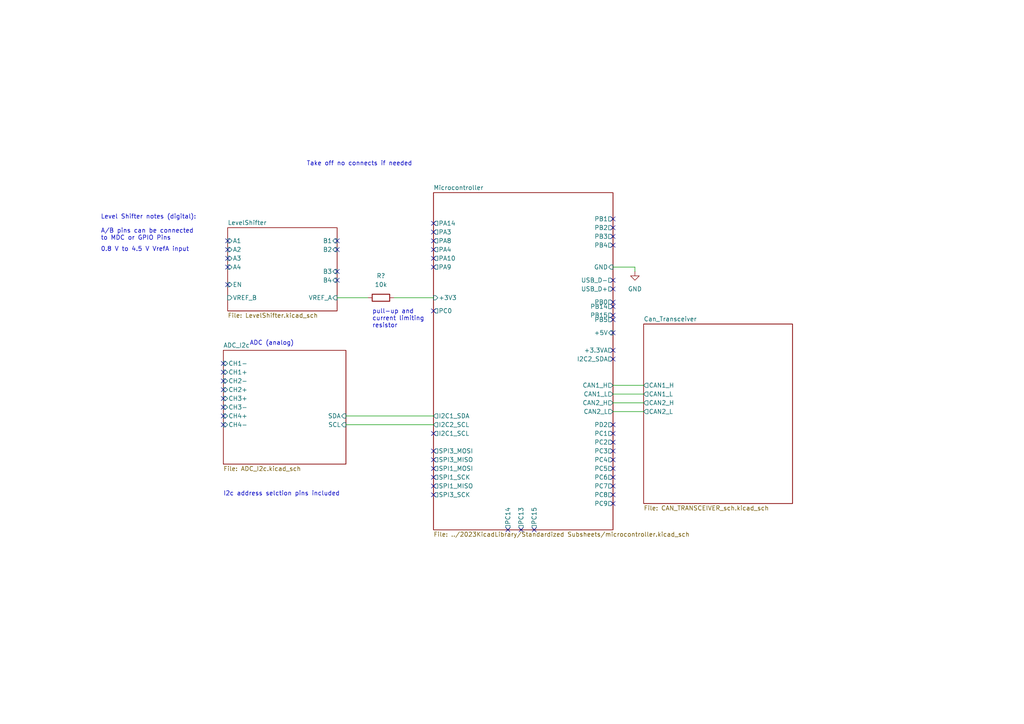
<source format=kicad_sch>
(kicad_sch (version 20211123) (generator eeschema)
  (paper "A4")
  (title_block (title "Telemtry Watchdog"))
  (lib_symbols
    (symbol "Device:R" (pin_numbers hide) (pin_names (offset 0))
      (property "Reference" "R" (at 2.032 0 90))
      (property "Value" "R" (at 0 0 90))
      (symbol "R_0_1"
        (rectangle (start -1.016 -2.54) (end 1.016 2.54) (stroke (width 0.254)))
      )
      (symbol "R_1_1"
        (pin passive line (at 0 3.81 270) (length 1.27) (name "~") (number "1"))
        (pin passive line (at 0 -3.81 90) (length 1.27) (name "~") (number "2"))
      )
    )
    (symbol "power:GND" (power) (pin_names (offset 0))
      (property "Value" "GND" (at 0 -3.81 0))
      (symbol "GND_0_1"
        (polyline (pts (xy 0 0) (xy 0 -1.27) (xy 1.27 -1.27) (xy 0 -2.54) (xy -1.27 -1.27) (xy 0 -1.27)))
      )
      (symbol "GND_1_1"
        (pin power_in line (at 0 0 270) (length 0) hide (name "GND") (number "1"))
      )
    )
  )
  (no_connect (at 177.8 135.89))
  (no_connect (at 177.8 138.43))
  (no_connect (at 177.8 140.97))
  (no_connect (at 177.8 143.51))
  (no_connect (at 177.8 146.05))
  (no_connect (at 177.8 123.19))
  (no_connect (at 177.8 125.73))
  (no_connect (at 177.8 128.27))
  (no_connect (at 177.8 130.81))
  (no_connect (at 177.8 133.35))
  (no_connect (at 177.8 83.82))
  (no_connect (at 177.8 87.63))
  (no_connect (at 177.8 81.28))
  (no_connect (at 177.8 88.9))
  (no_connect (at 177.8 91.44))
  (no_connect (at 177.8 92.71))
  (no_connect (at 177.8 96.52))
  (no_connect (at 177.8 101.6))
  (no_connect (at 177.8 104.14))
  (no_connect (at 177.8 71.12))
  (no_connect (at 147.32 153.67))
  (no_connect (at 151.13 153.67))
  (no_connect (at 154.94 153.67))
  (no_connect (at 64.77 115.57))
  (no_connect (at 64.77 118.11))
  (no_connect (at 64.77 120.65))
  (no_connect (at 64.77 123.19))
  (no_connect (at 66.04 69.85))
  (no_connect (at 97.79 72.39))
  (no_connect (at 66.04 72.39))
  (no_connect (at 66.04 82.55))
  (no_connect (at 64.77 105.41))
  (no_connect (at 64.77 113.03))
  (no_connect (at 64.77 110.49))
  (no_connect (at 64.77 107.95))
  (no_connect (at 125.73 125.73))
  (no_connect (at 125.73 130.81))
  (no_connect (at 125.73 138.43))
  (no_connect (at 125.73 135.89))
  (no_connect (at 125.73 133.35))
  (no_connect (at 125.73 140.97))
  (no_connect (at 125.73 143.51))
  (no_connect (at 177.8 63.5))
  (no_connect (at 177.8 66.04))
  (no_connect (at 177.8 68.58))
  (no_connect (at 97.79 69.85))
  (no_connect (at 66.04 74.93))
  (no_connect (at 66.04 77.47))
  (no_connect (at 97.79 81.28))
  (no_connect (at 97.79 78.74))
  (no_connect (at 125.73 90.17))
  (no_connect (at 125.73 77.47))
  (no_connect (at 125.73 74.93))
  (no_connect (at 125.73 72.39))
  (no_connect (at 125.73 69.85))
  (no_connect (at 125.73 67.31))
  (no_connect (at 125.73 64.77))
  (wire (pts (xy 177.8 116.84) (xy 186.69 116.84)))
  (wire (pts (xy 177.8 111.76) (xy 186.69 111.76)))
  (wire (pts (xy 184.15 77.47) (xy 177.8 77.47)))
  (wire (pts (xy 100.33 120.65) (xy 125.73 120.65)))
  (wire (pts (xy 177.8 119.38) (xy 186.69 119.38)))
  (wire (pts (xy 177.8 114.3) (xy 186.69 114.3)))
  (wire (pts (xy 114.3 86.36) (xy 125.73 86.36)))
  (wire (pts (xy 97.79 86.36) (xy 106.68 86.36)))
  (wire (pts (xy 100.33 123.19) (xy 125.73 123.19)))
  (wire (pts (xy 184.15 78.74) (xy 184.15 77.47)))
  (text "ADC (analog)" (at 72.39 100.33 0) (effects (font (size 1.27 1.27)) (justify left bottom)))
  (text "I2c address selction pins included\n\n" (at 64.77 146.05 0) (effects (font (size 1.27 1.27)) (justify left bottom)))
  (text "pull-up and \ncurrent limiting \nresistor" (at 107.95 95.25 0) (effects (font (size 1.27 1.27)) (justify left bottom)))
  (text "Take off no connects if needed\n" (at 88.9 48.26 0) (effects (font (size 1.27 1.27)) (justify left bottom)))
  (text "Level Shifter notes (digital):\n\nA/B pins can be connected\nto MDC or GPIO Pins" (at 29.21 69.85 0) (effects (font (size 1.27 1.27)) (justify left bottom)))
  (text "0.8 V to 4.5 V VrefA input\n\n\n\n\n" (at 29.21 81.28 0) (effects (font (size 1.27 1.27)) (justify left bottom)))
  (symbol (lib_id "Device:R") (at 110.49 86.36 90) (unit 1)
    (property "Reference" "R?" (at 110.49 80.01 90))
    (property "Value" "10k" (at 110.49 82.55 90))
  )
  (symbol (lib_id "power:GND") (at 184.15 78.74 0) (unit 1)
    (property "Reference" "#PWR0110" (effects hide))
    (property "Value" "GND" (at 184.15 83.82 0))
  )
  (sheet (at 125.73 55.88) (size 52.07 97.79) (stroke (width 0.1524))
    (property "Sheet name" "Microcontroller" (at 125.73 55.1684 0) (effects (justify left bottom)))
    (property "Sheet file" "../2023KicadLibrary/Standardized Subsheets/microcontroller.kicad_sch" (at 125.73 154.2546 0) (effects (justify left top)))
    (pin "PC0" output (at 125.73 90.17 180))
    (pin "PC5" output (at 177.8 135.89 0))
    (pin "PA14" output (at 125.73 64.77 180))
    (pin "PA3" output (at 125.73 67.31 180))
    (pin "PA8" output (at 125.73 69.85 180))
    (pin "PA4" output (at 125.73 72.39 180))
    (pin "PA10" output (at 125.73 74.93 180))
    (pin "PA9" output (at 125.73 77.47 180))
    (pin "USB_D-" output (at 177.8 81.28 0))
    (pin "USB_D+" output (at 177.8 83.82 0))
    (pin "SPI1_MOSI" output (at 125.73 135.89 180))
    (pin "SPI1_SCK" output (at 125.73 138.43 180))
    (pin "SPI1_MISO" output (at 125.73 140.97 180))
    (pin "GND" input (at 177.8 77.47 0))
    (pin "CAN1_H" output (at 177.8 111.76 0))
    (pin "CAN1_L" output (at 177.8 114.3 0))
    (pin "CAN2_L" output (at 177.8 119.38 0))
    (pin "CAN2_H" output (at 177.8 116.84 0))
    (pin "+3.3VA" output (at 177.8 101.6 0))
    (pin "I2C2_SDA" output (at 177.8 104.14 0))
    (pin "+3V3" input (at 125.73 86.36 180))
    (pin "+5V" input (at 177.8 96.52 0))
    (pin "I2C1_SDA" output (at 125.73 120.65 180))
    (pin "I2C2_SCL" output (at 125.73 123.19 180))
    (pin "I2C1_SCL" output (at 125.73 125.73 180))
    (pin "PB15" output (at 177.8 91.44 0))
    (pin "PB14" output (at 177.8 88.9 0))
    (pin "PC6" output (at 177.8 138.43 0))
    (pin "PC2" output (at 177.8 128.27 0))
    (pin "PD2" output (at 177.8 123.19 0))
    (pin "PC3" output (at 177.8 130.81 0))
    (pin "PC4" output (at 177.8 133.35 0))
    (pin "PC1" output (at 177.8 125.73 0))
    (pin "PC7" output (at 177.8 140.97 0))
    (pin "SPI3_SCK" output (at 125.73 143.51 180))
    (pin "PC9" output (at 177.8 146.05 0))
    (pin "PC8" output (at 177.8 143.51 0))
    (pin "SPI3_MISO" output (at 125.73 133.35 180))
    (pin "PC15" output (at 154.94 153.67 270))
    (pin "PC13" output (at 151.13 153.67 270))
    (pin "PC14" output (at 147.32 153.67 270))
    (pin "SPI3_MOSI" output (at 125.73 130.81 180))
    (pin "PB5" output (at 177.8 92.71 0))
    (pin "PB0" output (at 177.8 87.63 0))
    (pin "PB2" output (at 177.8 66.04 0))
    (pin "PB4" output (at 177.8 71.12 0))
    (pin "PB1" output (at 177.8 63.5 0))
    (pin "PB3" output (at 177.8 68.58 0))
  )
  (sheet (at 66.04 66.04) (size 31.75 24.13) (stroke (width 0.1524))
    (property "Sheet name" "LevelShifter" (at 66.04 65.3284 0) (effects (justify left bottom)))
    (property "Sheet file" "LevelShifter.kicad_sch" (at 66.04 90.7546 0) (effects (justify left top)))
    (pin "A1" input (at 66.04 69.85 180))
    (pin "A2" input (at 66.04 72.39 180))
    (pin "B1" input (at 97.79 69.85 0))
    (pin "B2" input (at 97.79 72.39 0))
    (pin "EN" input (at 66.04 82.55 180))
    (pin "A3" input (at 66.04 74.93 180))
    (pin "A4" input (at 66.04 77.47 180))
    (pin "B3" input (at 97.79 78.74 0))
    (pin "B4" input (at 97.79 81.28 0))
    (pin "VREF_A" input (at 97.79 86.36 0))
    (pin "VREF_B" input (at 66.04 86.36 180))
  )
  (sheet (at 186.69 93.98) (size 43.18 52.07) (stroke (width 0.1524))
    (property "Sheet name" "Can_Transceiver" (at 186.69 93.2684 0) (effects (justify left bottom)))
    (property "Sheet file" "CAN_TRANSCEIVER_sch.kicad_sch" (at 186.69 146.6346 0) (effects (justify left top)))
    (pin "CAN1_H" output (at 186.69 111.76 180))
    (pin "CAN1_L" output (at 186.69 114.3 180))
    (pin "CAN2_H" output (at 186.69 116.84 180))
    (pin "CAN2_L" output (at 186.69 119.38 180))
  )
  (sheet (at 64.77 101.6) (size 35.56 33.02) (stroke (width 0.1524))
    (property "Sheet name" "ADC_I2c" (at 64.77 100.8884 0) (effects (justify left bottom)))
    (property "Sheet file" "ADC_I2c.kicad_sch" (at 64.77 135.2046 0) (effects (justify left top)))
    (pin "SDA" input (at 100.33 120.65 0))
    (pin "SCL" input (at 100.33 123.19 0))
    (pin "CH1-" input (at 64.77 105.41 180))
    (pin "CH1+" input (at 64.77 107.95 180))
    (pin "CH2+" input (at 64.77 113.03 180))
    (pin "CH4-" input (at 64.77 123.19 180))
    (pin "CH2-" input (at 64.77 110.49 180))
    (pin "CH3+" input (at 64.77 115.57 180))
    (pin "CH3-" input (at 64.77 118.11 180))
    (pin "CH4+" input (at 64.77 120.65 180))
  )
)
</source>
